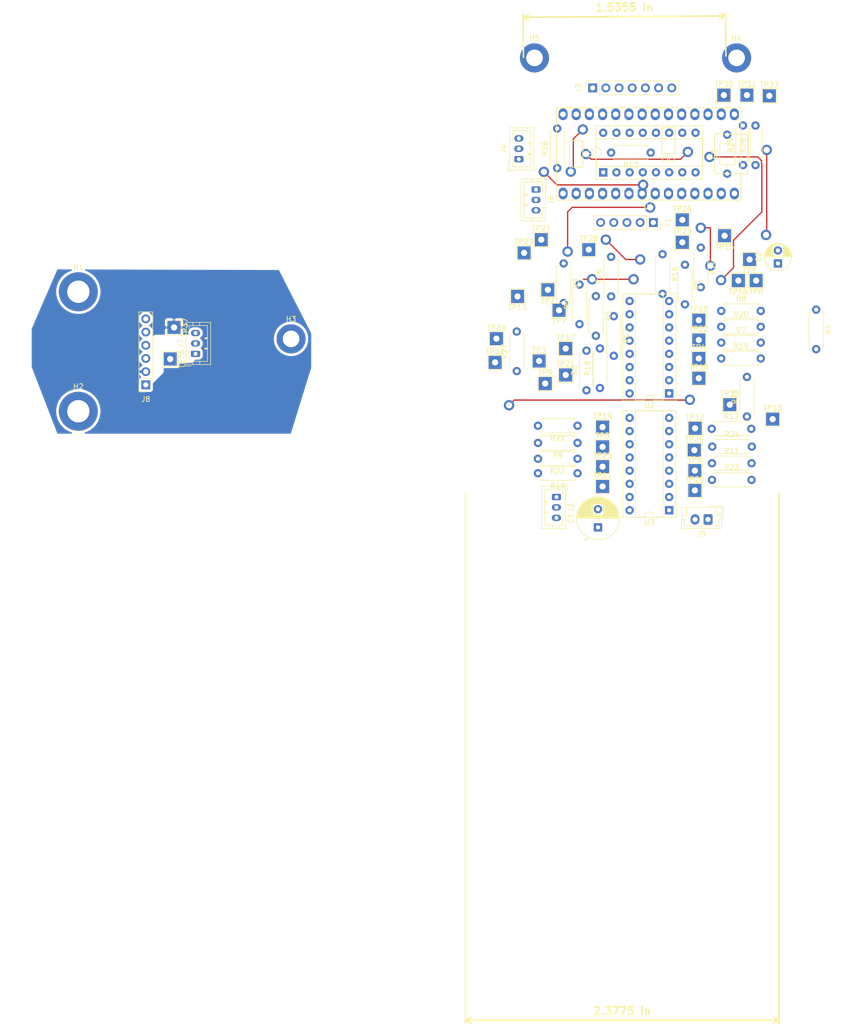
<source format=kicad_pcb>
(kicad_pcb (version 20171130) (host pcbnew 5.1.9+dfsg1-1)
  (layers (0 F.Cu signal) (31 B.Cu signal) (34 B.Paste user) (35 F.Paste user hide) (36 B.SilkS user hide) (37 F.SilkS user) (38 B.Mask user hide) (39 F.Mask user hide) (44 Edge.Cuts user hide))
  (net 0 "")
  (net 1 GND)
  (net 2 "Net-(J1-Pad3)")
  (net 3 "Net-(J2-Pad1)")
  (net 4 "Net-(J1-Pad4)")
  (net 5 "Net-(R25-Pad2)")
  (net 6 "Net-(R26-Pad2)")
  (net 7 "Net-(U1-Pad10)")
  (net 8 +5V)
  (net 9 +3V3)
  (net 10 "Net-(J1-Pad5)")
  (net 11 "Net-(J3-Pad3)")
  (net 12 "Net-(J3-Pad4)")
  (net 13 "Net-(J3-Pad5)")
  (net 14 "Net-(J3-Pad6)")
  (net 15 "Net-(J3-Pad7)")
  (net 16 "Net-(J4-Pad3)")
  (net 17 "Net-(J4-Pad1)")
  (net 18 "Net-(J6-Pad1)")
  (net 19 "Net-(J6-Pad2)")
  (net 20 "Net-(J7-Pad1)")
  (net 21 "Net-(J7-Pad2)")
  (net 22 "Net-(J7-Pad3)")
  (net 23 "Net-(J8-Pad2)")
  (net 24 "Net-(J8-Pad4)")
  (net 25 "Net-(J8-Pad5)")
  (net 26 "Net-(J8-Pad6)")
  (net 27 "Net-(R1-Pad1)")
  (net 28 "Net-(R2-Pad1)")
  (net 29 "Net-(R3-Pad1)")
  (net 30 "Net-(R4-Pad1)")
  (net 31 "Net-(R5-Pad1)")
  (net 32 "Net-(R6-Pad1)")
  (net 33 "Net-(R7-Pad1)")
  (net 34 "Net-(R8-Pad1)")
  (net 35 "Net-(R9-Pad1)")
  (net 36 "Net-(R10-Pad1)")
  (net 37 "Net-(R11-Pad1)")
  (net 38 "Net-(R12-Pad1)")
  (net 39 "Net-(R14-Pad1)")
  (net 40 "Net-(R15-Pad1)")
  (net 41 "Net-(R16-Pad1)")
  (net 42 "Net-(R17-Pad1)")
  (net 43 "Net-(R18-Pad1)")
  (net 44 "Net-(R19-Pad1)")
  (net 45 "Net-(R20-Pad1)")
  (net 46 "Net-(R21-Pad1)")
  (net 47 "Net-(R22-Pad1)")
  (net 48 "Net-(R23-Pad1)")
  (net 49 "Net-(R24-Pad1)")
  (net 50 /batt_check)
  (net 51 "Net-(TP25-Pad1)")
  (net 52 "Net-(TP26-Pad1)")
  (net 53 "Net-(TP28-Pad1)")
  (net 54 "Net-(TP30-Pad1)")
  (net 55 "Net-(TP31-Pad1)")
  (net 56 /SR_SH)
  (net 57 /SR_DO)
  (net 58 /SR_CLK)
  (net 59 "Net-(U1-Pad7)")
  (net 60 /SR_CLK_INH)
  (net 61 "Net-(U2-Pad7)")
  (net 62 "Net-(U2-Pad10)")
  (net 63 "Net-(U3-Pad10)")
  (net 64 "Net-(U3-Pad7)")
  (net 65 "Net-(U4-Pad32)")
  (net 66 "Net-(U4-Pad12)")
  (net 67 "Net-(U4-Pad7)")
  (net 68 "Net-(U4-Pad2)")
  (module TestPoint:TestPoint_THTPad_2.5x2.5mm_Drill1.2mm (layer F.Cu) (at 253.238 64.262 180)
    (fp_text reference TP8 (at 0 -2.148) (layer F.SilkS))
    (fp_text value T8)
    (pad 1 thru_hole rect (at 0 0 180) (size 2.5 2.5) (drill 1.2) (layers *.Cu *.Mask) (net 30 "Net-(R4-Pad1)"))
  )
  (module TestPoint:TestPoint_THTPad_2.5x2.5mm_Drill1.2mm (layer F.Cu) (at 256.413 90.932)
    (fp_text reference TP13 (at 0 -2.148) (layer F.SilkS))
    (fp_text value 3.3)
    (pad 1 thru_hole rect (at 0 0) (size 2.5 2.5) (drill 1.2) (layers *.Cu *.Mask) (net 9 +3V3))
  )
  (module Capacitor_THT:CP_Radial_D8.0mm_P3.50mm (layer F.Cu) (at 222.758 111.76 90)
    (fp_text reference C1 (at 1.75 -5.25 90) (layer F.SilkS))
    (fp_text value "1000u Ch")
    (pad 1 thru_hole rect (at 0 0 90) (size 1.6 1.6) (drill 0.8) (layers *.Cu *.Mask) (net 8 +5V))
    (pad 2 thru_hole circle (at 3.5 0 90) (size 1.6 1.6) (drill 0.8) (layers *.Cu *.Mask) (net 1 GND))
  )
  (module Package_DIP:DIP-16_W7.62mm_Socket (layer F.Cu) (at 236.474 85.979 180)
    (fp_text reference U2 (at 3.81 -2.33) (layer F.SilkS))
    (fp_text value 74HC165)
    (pad 16 thru_hole oval (at 7.62 0 180) (size 1.6 1.6) (drill 0.8) (layers *.Cu *.Mask) (net 9 +3V3))
    (pad 8 thru_hole oval (at 0 17.78 180) (size 1.6 1.6) (drill 0.8) (layers *.Cu *.Mask) (net 1 GND))
    (pad 15 thru_hole oval (at 7.62 2.54 180) (size 1.6 1.6) (drill 0.8) (layers *.Cu *.Mask) (net 60 /SR_CLK_INH))
    (pad 7 thru_hole oval (at 0 15.24 180) (size 1.6 1.6) (drill 0.8) (layers *.Cu *.Mask) (net 61 "Net-(U2-Pad7)"))
    (pad 14 thru_hole oval (at 7.62 5.08 180) (size 1.6 1.6) (drill 0.8) (layers *.Cu *.Mask) (net 32 "Net-(R6-Pad1)"))
    (pad 6 thru_hole oval (at 0 12.7 180) (size 1.6 1.6) (drill 0.8) (layers *.Cu *.Mask) (net 34 "Net-(R8-Pad1)"))
    (pad 13 thru_hole oval (at 7.62 7.62 180) (size 1.6 1.6) (drill 0.8) (layers *.Cu *.Mask) (net 43 "Net-(R18-Pad1)"))
    (pad 5 thru_hole oval (at 0 10.16 180) (size 1.6 1.6) (drill 0.8) (layers *.Cu *.Mask) (net 45 "Net-(R20-Pad1)"))
    (pad 12 thru_hole oval (at 7.62 10.16 180) (size 1.6 1.6) (drill 0.8) (layers *.Cu *.Mask) (net 31 "Net-(R5-Pad1)"))
    (pad 4 thru_hole oval (at 0 7.62 180) (size 1.6 1.6) (drill 0.8) (layers *.Cu *.Mask) (net 33 "Net-(R7-Pad1)"))
    (pad 11 thru_hole oval (at 7.62 12.7 180) (size 1.6 1.6) (drill 0.8) (layers *.Cu *.Mask) (net 42 "Net-(R17-Pad1)"))
    (pad 3 thru_hole oval (at 0 5.08 180) (size 1.6 1.6) (drill 0.8) (layers *.Cu *.Mask) (net 44 "Net-(R19-Pad1)"))
    (pad 10 thru_hole oval (at 7.62 15.24 180) (size 1.6 1.6) (drill 0.8) (layers *.Cu *.Mask) (net 62 "Net-(U2-Pad10)"))
    (pad 2 thru_hole oval (at 0 2.54 180) (size 1.6 1.6) (drill 0.8) (layers *.Cu *.Mask) (net 58 /SR_CLK))
    (pad 9 thru_hole oval (at 7.62 17.78 180) (size 1.6 1.6) (drill 0.8) (layers *.Cu *.Mask) (net 7 "Net-(U1-Pad10)"))
    (pad 1 thru_hole rect (at 0 0 180) (size 1.6 1.6) (drill 0.8) (layers *.Cu *.Mask) (net 56 /SR_SH))
  )
  (module Capacitor_THT:CP_Radial_D5.0mm_P2.50mm (layer F.Cu) (at 257.429 60.96 90)
    (fp_text reference C2 (at 1.25 -3.75 90) (layer F.SilkS))
    (fp_text value 100u)
    (pad 1 thru_hole rect (at 0 0 90) (size 1.6 1.6) (drill 0.8) (layers *.Cu *.Mask) (net 9 +3V3))
    (pad 2 thru_hole circle (at 2.5 0 90) (size 1.6 1.6) (drill 0.8) (layers *.Cu *.Mask) (net 1 GND))
  )
  (module Capacitor_THT:C_Axial_L3.8mm_D2.6mm_P7.50mm_Horizontal (layer F.Cu) (at 247.65 43.688 90)
    (fp_text reference C3 (at 3.75 -2.42 90) (layer F.SilkS))
    (fp_text value "0.1 ceram")
    (pad 1 thru_hole circle (at 0 0 90) (size 1.6 1.6) (drill 0.8) (layers *.Cu *.Mask) (net 9 +3V3))
    (pad 2 thru_hole oval (at 7.5 0 90) (size 1.6 1.6) (drill 0.8) (layers *.Cu *.Mask) (net 1 GND))
  )
  (module Connector_JST:JST_PH_B3B-PH-K_1x03_P2.00mm_Vertical (layer F.Cu) (at 145.2245 78.359 90)
    (fp_text reference J7 (at 2 -2.9 90) (layer F.SilkS))
    (fp_text value Conn_01x03_Female)
    (pad 1 thru_hole roundrect (at 0 0 90) (size 1.2 1.75) (drill 0.75) (layers *.Cu *.Mask) (roundrect_rratio 0.2083325) (net 20 "Net-(J7-Pad1)"))
    (pad 2 thru_hole oval (at 2 0 90) (size 1.2 1.75) (drill 0.75) (layers *.Cu *.Mask) (net 21 "Net-(J7-Pad2)"))
    (pad 3 thru_hole oval (at 4 0 90) (size 1.2 1.75) (drill 0.75) (layers *.Cu *.Mask) (net 22 "Net-(J7-Pad3)"))
  )
  (module Connector_PinSocket_2.54mm:PinSocket_1x06_P2.54mm_Vertical (layer F.Cu) (at 135.6487 84.328 180)
    (fp_text reference J8 (at 0 -2.77) (layer F.SilkS))
    (fp_text value MXP5010)
    (pad 1 thru_hole rect (at 0 0 180) (size 1.7 1.7) (drill 1) (layers *.Cu *.Mask) (net 21 "Net-(J7-Pad2)"))
    (pad 2 thru_hole oval (at 0 2.54 180) (size 1.7 1.7) (drill 1) (layers *.Cu *.Mask) (net 23 "Net-(J8-Pad2)"))
    (pad 3 thru_hole oval (at 0 5.08 180) (size 1.7 1.7) (drill 1) (layers *.Cu *.Mask) (net 22 "Net-(J7-Pad3)"))
    (pad 4 thru_hole oval (at 0 7.62 180) (size 1.7 1.7) (drill 1) (layers *.Cu *.Mask) (net 24 "Net-(J8-Pad4)"))
    (pad 5 thru_hole oval (at 0 10.16 180) (size 1.7 1.7) (drill 1) (layers *.Cu *.Mask) (net 25 "Net-(J8-Pad5)"))
    (pad 6 thru_hole oval (at 0 12.7 180) (size 1.7 1.7) (drill 1) (layers *.Cu *.Mask) (net 26 "Net-(J8-Pad6)"))
  )
  (module TestPoint:TestPoint_THTPad_2.5x2.5mm_Drill1.2mm (layer F.Cu) (at 251.968 60.198 180)
    (fp_text reference TP1 (at 0 -2.148) (layer F.SilkS))
    (fp_text value T2)
    (pad 1 thru_hole rect (at 0 0 180) (size 2.5 2.5) (drill 1.2) (layers *.Cu *.Mask) (net 27 "Net-(R1-Pad1)"))
  )
  (module TestPoint:TestPoint_THTPad_2.5x2.5mm_Drill1.2mm (layer F.Cu) (at 213.106 66.04 180)
    (fp_text reference TP2 (at 0 -2.148) (layer F.SilkS))
    (fp_text value T6)
    (pad 1 thru_hole rect (at 0 0 180) (size 2.5 2.5) (drill 1.2) (layers *.Cu *.Mask) (net 29 "Net-(R3-Pad1)"))
  )
  (module TestPoint:TestPoint_THTPad_2.5x2.5mm_Drill1.2mm (layer F.Cu) (at 211.43 79.7306)
    (fp_text reference TP3 (at 0 -2.148) (layer F.SilkS))
    (fp_text value T10)
    (pad 1 thru_hole rect (at 0 0) (size 2.5 2.5) (drill 1.2) (layers *.Cu *.Mask) (net 31 "Net-(R5-Pad1)"))
  )
  (module TestPoint:TestPoint_THTPad_2.5x2.5mm_Drill1.2mm (layer F.Cu) (at 242.189 79.248)
    (fp_text reference TP4 (at 0 -2.148) (layer F.SilkS))
    (fp_text value T14)
    (pad 1 thru_hole rect (at 0 0) (size 2.5 2.5) (drill 1.2) (layers *.Cu *.Mask) (net 33 "Net-(R7-Pad1)"))
  )
  (module TestPoint:TestPoint_THTPad_2.5x2.5mm_Drill1.2mm (layer F.Cu) (at 223.647 96.266)
    (fp_text reference TP5 (at 0 -2.148) (layer F.SilkS))
    (fp_text value T18)
    (pad 1 thru_hole rect (at 0 0) (size 2.5 2.5) (drill 1.2) (layers *.Cu *.Mask) (net 35 "Net-(R9-Pad1)"))
  )
  (module TestPoint:TestPoint_THTPad_2.5x2.5mm_Drill1.2mm (layer F.Cu) (at 241.427 100.838)
    (fp_text reference TP6 (at 0 -2.148) (layer F.SilkS))
    (fp_text value T22)
    (pad 1 thru_hole rect (at 0 0) (size 2.5 2.5) (drill 1.2) (layers *.Cu *.Mask) (net 37 "Net-(R11-Pad1)"))
  )
  (module TestPoint:TestPoint_THTPad_2.5x2.5mm_Drill1.2mm (layer F.Cu) (at 215.265 69.977 180)
    (fp_text reference TP7 (at 0 -2.148) (layer F.SilkS))
    (fp_text value T4)
    (pad 1 thru_hole rect (at 0 0 180) (size 2.5 2.5) (drill 1.2) (layers *.Cu *.Mask) (net 28 "Net-(R2-Pad1)"))
  )
  (module TestPoint:TestPoint_THTPad_2.5x2.5mm_Drill1.2mm (layer F.Cu) (at 212.598 84.074)
    (fp_text reference TP9 (at 0 -2.148) (layer F.SilkS))
    (fp_text value T12)
    (pad 1 thru_hole rect (at 0 0) (size 2.5 2.5) (drill 1.2) (layers *.Cu *.Mask) (net 32 "Net-(R6-Pad1)"))
  )
  (module TestPoint:TestPoint_THTPad_2.5x2.5mm_Drill1.2mm (layer F.Cu) (at 242.189 71.882)
    (fp_text reference TP10 (at 0 -2.148) (layer F.SilkS))
    (fp_text value T16)
    (pad 1 thru_hole rect (at 0 0) (size 2.5 2.5) (drill 1.2) (layers *.Cu *.Mask) (net 34 "Net-(R8-Pad1)"))
  )
  (module TestPoint:TestPoint_THTPad_2.5x2.5mm_Drill1.2mm (layer F.Cu) (at 223.647 103.886)
    (fp_text reference TP11 (at 0 -2.148) (layer F.SilkS))
    (fp_text value T20)
    (pad 1 thru_hole rect (at 0 0) (size 2.5 2.5) (drill 1.2) (layers *.Cu *.Mask) (net 36 "Net-(R10-Pad1)"))
  )
  (module TestPoint:TestPoint_THTPad_2.5x2.5mm_Drill1.2mm (layer F.Cu) (at 241.4778 92.6846)
    (fp_text reference TP12 (at 0 -2.148) (layer F.SilkS))
    (fp_text value T24)
    (pad 1 thru_hole rect (at 0 0) (size 2.5 2.5) (drill 1.2) (layers *.Cu *.Mask) (net 38 "Net-(R12-Pad1)"))
  )
  (module TestPoint:TestPoint_THTPad_2.5x2.5mm_Drill1.2mm (layer F.Cu) (at 207.264 67.31 180)
    (fp_text reference TP14 (at 0 -2.148) (layer F.SilkS))
    (fp_text value T5)
    (pad 1 thru_hole rect (at 0 0 180) (size 2.5 2.5) (drill 1.2) (layers *.Cu *.Mask) (net 40 "Net-(R15-Pad1)"))
  )
  (module TestPoint:TestPoint_THTPad_2.5x2.5mm_Drill1.2mm (layer F.Cu) (at 247.142 55.626 180)
    (fp_text reference TP15 (at 0 -2.148) (layer F.SilkS))
    (fp_text value T3)
    (pad 1 thru_hole rect (at 0 0 180) (size 2.5 2.5) (drill 1.2) (layers *.Cu *.Mask) (net 39 "Net-(R14-Pad1)"))
  )
  (module TestPoint:TestPoint_THTPad_2.5x2.5mm_Drill1.2mm (layer F.Cu) (at 249.809 64.262 180)
    (fp_text reference TP16 (at 0 -2.148) (layer F.SilkS))
    (fp_text value T7)
    (pad 1 thru_hole rect (at 0 0 180) (size 2.5 2.5) (drill 1.2) (layers *.Cu *.Mask) (net 41 "Net-(R16-Pad1)"))
  )
  (module TestPoint:TestPoint_THTPad_2.5x2.5mm_Drill1.2mm (layer F.Cu) (at 216.535 77.343)
    (fp_text reference TP17 (at 0 -2.148) (layer F.SilkS))
    (fp_text value T9)
    (pad 1 thru_hole rect (at 0 0) (size 2.5 2.5) (drill 1.2) (layers *.Cu *.Mask) (net 42 "Net-(R17-Pad1)"))
  )
  (module TestPoint:TestPoint_THTPad_2.5x2.5mm_Drill1.2mm (layer F.Cu) (at 242.189 83.058)
    (fp_text reference TP18 (at 0 -2.148) (layer F.SilkS))
    (fp_text value T13)
    (pad 1 thru_hole rect (at 0 0) (size 2.5 2.5) (drill 1.2) (layers *.Cu *.Mask) (net 44 "Net-(R19-Pad1)"))
  )
  (module TestPoint:TestPoint_THTPad_2.5x2.5mm_Drill1.2mm (layer F.Cu) (at 223.647 92.456)
    (fp_text reference TP19 (at 0 -2.148) (layer F.SilkS))
    (fp_text value T17)
    (pad 1 thru_hole rect (at 0 0) (size 2.5 2.5) (drill 1.2) (layers *.Cu *.Mask) (net 46 "Net-(R21-Pad1)"))
  )
  (module TestPoint:TestPoint_THTPad_2.5x2.5mm_Drill1.2mm (layer F.Cu) (at 241.427 104.648)
    (fp_text reference TP20 (at 0 -2.148) (layer F.SilkS))
    (fp_text value T21)
    (pad 1 thru_hole rect (at 0 0) (size 2.5 2.5) (drill 1.2) (layers *.Cu *.Mask) (net 48 "Net-(R23-Pad1)"))
  )
  (module TestPoint:TestPoint_THTPad_2.5x2.5mm_Drill1.2mm (layer F.Cu) (at 216.535 82.423)
    (fp_text reference TP21 (at 0 -2.148) (layer F.SilkS))
    (fp_text value T11)
    (pad 1 thru_hole rect (at 0 0) (size 2.5 2.5) (drill 1.2) (layers *.Cu *.Mask) (net 43 "Net-(R18-Pad1)"))
  )
  (module TestPoint:TestPoint_THTPad_2.5x2.5mm_Drill1.2mm (layer F.Cu) (at 242.189 75.692)
    (fp_text reference TP22 (at 0 -2.148) (layer F.SilkS))
    (fp_text value T15)
    (pad 1 thru_hole rect (at 0 0) (size 2.5 2.5) (drill 1.2) (layers *.Cu *.Mask) (net 45 "Net-(R20-Pad1)"))
  )
  (module TestPoint:TestPoint_THTPad_2.5x2.5mm_Drill1.2mm (layer F.Cu) (at 223.647 100.076)
    (fp_text reference TP23 (at 0 -2.148) (layer F.SilkS))
    (fp_text value T19)
    (pad 1 thru_hole rect (at 0 0) (size 2.5 2.5) (drill 1.2) (layers *.Cu *.Mask) (net 47 "Net-(R22-Pad1)"))
  )
  (module TestPoint:TestPoint_THTPad_2.5x2.5mm_Drill1.2mm (layer F.Cu) (at 241.3254 96.901)
    (fp_text reference TP24 (at 0 -2.148) (layer F.SilkS))
    (fp_text value T23)
    (pad 1 thru_hole rect (at 0 0) (size 2.5 2.5) (drill 1.2) (layers *.Cu *.Mask) (net 49 "Net-(R24-Pad1)"))
  )
  (module TestPoint:TestPoint_THTPad_2.5x2.5mm_Drill1.2mm (layer F.Cu) (at 239.014 56.896)
    (fp_text reference TP25 (at 0 -2.148) (layer F.SilkS))
    (fp_text value A8)
    (pad 1 thru_hole rect (at 0 0) (size 2.5 2.5) (drill 1.2) (layers *.Cu *.Mask) (net 51 "Net-(TP25-Pad1)"))
  )
  (module TestPoint:TestPoint_THTPad_2.5x2.5mm_Drill1.2mm (layer F.Cu) (at 239.014 52.578)
    (fp_text reference TP26 (at 0 -2.148) (layer F.SilkS))
    (fp_text value A6)
    (pad 1 thru_hole rect (at 0 0) (size 2.5 2.5) (drill 1.2) (layers *.Cu *.Mask) (net 52 "Net-(TP26-Pad1)"))
  )
  (module TestPoint:TestPoint_THTPad_2.5x2.5mm_Drill1.2mm (layer F.Cu) (at 220.98 58.293)
    (fp_text reference TP28 (at 0 -2.148) (layer F.SilkS))
    (fp_text value A1)
    (pad 1 thru_hole rect (at 0 0) (size 2.5 2.5) (drill 1.2) (layers *.Cu *.Mask) (net 53 "Net-(TP28-Pad1)"))
  )
  (module TestPoint:TestPoint_THTPad_2.5x2.5mm_Drill1.2mm (layer F.Cu) (at 247.015 28.575)
    (fp_text reference TP30 (at 0 -2.148) (layer F.SilkS))
    (fp_text value D3)
    (pad 1 thru_hole rect (at 0 0) (size 2.5 2.5) (drill 1.2) (layers *.Cu *.Mask) (net 54 "Net-(TP30-Pad1)"))
  )
  (module TestPoint:TestPoint_THTPad_2.5x2.5mm_Drill1.2mm (layer F.Cu) (at 251.46 28.575)
    (fp_text reference TP31 (at 0 -2.148) (layer F.SilkS))
    (fp_text value D2)
    (pad 1 thru_hole rect (at 0 0) (size 2.5 2.5) (drill 1.2) (layers *.Cu *.Mask) (net 55 "Net-(TP31-Pad1)"))
  )
  (module TestPoint:TestPoint_THTPad_2.5x2.5mm_Drill1.2mm (layer F.Cu) (at 140.3477 79.3496 270)
    (fp_text reference TP36 (at 0 -2.148 90) (layer F.SilkS))
    (fp_text value Octave)
    (pad 1 thru_hole rect (at 0 0 270) (size 2.5 2.5) (drill 1.2) (layers *.Cu *.Mask) (net 20 "Net-(J7-Pad1)"))
  )
  (module TestPoint:TestPoint_THTPad_2.5x2.5mm_Drill1.2mm (layer F.Cu) (at 141.0843 73.279 270)
    (fp_text reference TP37 (at 0 -2.148 90) (layer F.SilkS))
    (fp_text value GND)
    (pad 1 thru_hole rect (at 0 0 270) (size 2.5 2.5) (drill 1.2) (layers *.Cu *.Mask) (net 23 "Net-(J8-Pad2)"))
  )
  (module Package_DIP:DIP-16_W7.62mm_Socket (layer F.Cu) (at 223.774 43.434 90)
    (fp_text reference U1 (at 3.81 -2.33 90) (layer F.SilkS))
    (fp_text value 74HC165)
    (pad 1 thru_hole rect (at 0 0 90) (size 1.6 1.6) (drill 0.8) (layers *.Cu *.Mask) (net 56 /SR_SH))
    (pad 9 thru_hole oval (at 7.62 17.78 90) (size 1.6 1.6) (drill 0.8) (layers *.Cu *.Mask) (net 57 /SR_DO))
    (pad 2 thru_hole oval (at 0 2.54 90) (size 1.6 1.6) (drill 0.8) (layers *.Cu *.Mask) (net 58 /SR_CLK))
    (pad 10 thru_hole oval (at 7.62 15.24 90) (size 1.6 1.6) (drill 0.8) (layers *.Cu *.Mask) (net 7 "Net-(U1-Pad10)"))
    (pad 3 thru_hole oval (at 0 5.08 90) (size 1.6 1.6) (drill 0.8) (layers *.Cu *.Mask) (net 40 "Net-(R15-Pad1)"))
    (pad 11 thru_hole oval (at 7.62 12.7 90) (size 1.6 1.6) (drill 0.8) (layers *.Cu *.Mask) (net 18 "Net-(J6-Pad1)"))
    (pad 4 thru_hole oval (at 0 7.62 90) (size 1.6 1.6) (drill 0.8) (layers *.Cu *.Mask) (net 29 "Net-(R3-Pad1)"))
    (pad 12 thru_hole oval (at 7.62 10.16 90) (size 1.6 1.6) (drill 0.8) (layers *.Cu *.Mask) (net 27 "Net-(R1-Pad1)"))
    (pad 5 thru_hole oval (at 0 10.16 90) (size 1.6 1.6) (drill 0.8) (layers *.Cu *.Mask) (net 41 "Net-(R16-Pad1)"))
    (pad 13 thru_hole oval (at 7.62 7.62 90) (size 1.6 1.6) (drill 0.8) (layers *.Cu *.Mask) (net 39 "Net-(R14-Pad1)"))
    (pad 6 thru_hole oval (at 0 12.7 90) (size 1.6 1.6) (drill 0.8) (layers *.Cu *.Mask) (net 30 "Net-(R4-Pad1)"))
    (pad 14 thru_hole oval (at 7.62 5.08 90) (size 1.6 1.6) (drill 0.8) (layers *.Cu *.Mask) (net 28 "Net-(R2-Pad1)"))
    (pad 7 thru_hole oval (at 0 15.24 90) (size 1.6 1.6) (drill 0.8) (layers *.Cu *.Mask) (net 59 "Net-(U1-Pad7)"))
    (pad 15 thru_hole oval (at 7.62 2.54 90) (size 1.6 1.6) (drill 0.8) (layers *.Cu *.Mask) (net 60 /SR_CLK_INH))
    (pad 8 thru_hole oval (at 0 17.78 90) (size 1.6 1.6) (drill 0.8) (layers *.Cu *.Mask) (net 1 GND))
    (pad 16 thru_hole oval (at 7.62 0 90) (size 1.6 1.6) (drill 0.8) (layers *.Cu *.Mask) (net 9 +3V3))
  )
  (module Package_DIP:DIP-16_W7.62mm_Socket (layer F.Cu) (at 236.474 108.458 180)
    (fp_text reference U3 (at 3.81 -2.33) (layer F.SilkS))
    (fp_text value 74HC165)
    (pad 1 thru_hole rect (at 0 0 180) (size 1.6 1.6) (drill 0.8) (layers *.Cu *.Mask) (net 56 /SR_SH))
    (pad 9 thru_hole oval (at 7.62 17.78 180) (size 1.6 1.6) (drill 0.8) (layers *.Cu *.Mask) (net 62 "Net-(U2-Pad10)"))
    (pad 2 thru_hole oval (at 0 2.54 180) (size 1.6 1.6) (drill 0.8) (layers *.Cu *.Mask) (net 58 /SR_CLK))
    (pad 10 thru_hole oval (at 7.62 15.24 180) (size 1.6 1.6) (drill 0.8) (layers *.Cu *.Mask) (net 63 "Net-(U3-Pad10)"))
    (pad 3 thru_hole oval (at 0 5.08 180) (size 1.6 1.6) (drill 0.8) (layers *.Cu *.Mask) (net 48 "Net-(R23-Pad1)"))
    (pad 11 thru_hole oval (at 7.62 12.7 180) (size 1.6 1.6) (drill 0.8) (layers *.Cu *.Mask) (net 46 "Net-(R21-Pad1)"))
    (pad 4 thru_hole oval (at 0 7.62 180) (size 1.6 1.6) (drill 0.8) (layers *.Cu *.Mask) (net 37 "Net-(R11-Pad1)"))
    (pad 12 thru_hole oval (at 7.62 10.16 180) (size 1.6 1.6) (drill 0.8) (layers *.Cu *.Mask) (net 35 "Net-(R9-Pad1)"))
    (pad 5 thru_hole oval (at 0 10.16 180) (size 1.6 1.6) (drill 0.8) (layers *.Cu *.Mask) (net 49 "Net-(R24-Pad1)"))
    (pad 13 thru_hole oval (at 7.62 7.62 180) (size 1.6 1.6) (drill 0.8) (layers *.Cu *.Mask) (net 47 "Net-(R22-Pad1)"))
    (pad 6 thru_hole oval (at 0 12.7 180) (size 1.6 1.6) (drill 0.8) (layers *.Cu *.Mask) (net 38 "Net-(R12-Pad1)"))
    (pad 14 thru_hole oval (at 7.62 5.08 180) (size 1.6 1.6) (drill 0.8) (layers *.Cu *.Mask) (net 36 "Net-(R10-Pad1)"))
    (pad 7 thru_hole oval (at 0 15.24 180) (size 1.6 1.6) (drill 0.8) (layers *.Cu *.Mask) (net 64 "Net-(U3-Pad7)"))
    (pad 15 thru_hole oval (at 7.62 2.54 180) (size 1.6 1.6) (drill 0.8) (layers *.Cu *.Mask) (net 60 /SR_CLK_INH))
    (pad 8 thru_hole oval (at 0 17.78 180) (size 1.6 1.6) (drill 0.8) (layers *.Cu *.Mask) (net 1 GND))
    (pad 16 thru_hole oval (at 7.62 0 180) (size 1.6 1.6) (drill 0.8) (layers *.Cu *.Mask) (net 9 +3V3))
  )
  (module Connector_PinSocket_2.54mm:PinSocket_1x05_P2.54mm_Vertical (layer F.Cu) (at 233.426 53.086 270)
    (fp_text reference J1 (at 0 -2.77 90) (layer F.SilkS))
    (fp_text value joystick)
    (pad 1 thru_hole rect (at 0 0 270) (size 1.7 1.7) (drill 1) (layers *.Cu *.Mask) (net 1 GND))
    (pad 2 thru_hole oval (at 0 2.54 270) (size 1.7 1.7) (drill 1) (layers *.Cu *.Mask) (net 9 +3V3))
    (pad 3 thru_hole oval (at 0 5.08 270) (size 1.7 1.7) (drill 1) (layers *.Cu *.Mask) (net 2 "Net-(J1-Pad3)"))
    (pad 4 thru_hole oval (at 0 7.62 270) (size 1.7 1.7) (drill 1) (layers *.Cu *.Mask) (net 4 "Net-(J1-Pad4)"))
    (pad 5 thru_hole oval (at 0 10.16 270) (size 1.7 1.7) (drill 1) (layers *.Cu *.Mask) (net 10 "Net-(J1-Pad5)"))
  )
  (module Connector_JST:JST_PH_B3B-PH-K_1x03_P2.00mm_Vertical (layer F.Cu) (at 214.757 105.918 270)
    (fp_text reference J2 (at 2 -2.9 90) (layer F.SilkS))
    (fp_text value "LED strip")
    (pad 1 thru_hole roundrect (at 0 0 270) (size 1.2 1.75) (drill 0.75) (layers *.Cu *.Mask) (roundrect_rratio 0.2083325) (net 3 "Net-(J2-Pad1)"))
    (pad 2 thru_hole oval (at 2 0 270) (size 1.2 1.75) (drill 0.75) (layers *.Cu *.Mask) (net 1 GND))
    (pad 3 thru_hole oval (at 4 0 270) (size 1.2 1.75) (drill 0.75) (layers *.Cu *.Mask) (net 8 +5V))
  )
  (module Connector_PinSocket_2.54mm:PinSocket_1x07_P2.54mm_Vertical (layer F.Cu) (at 221.742 27.178 90)
    (fp_text reference J3 (at 0 -2.77 90) (layer F.SilkS))
    (fp_text value "SSD1306 SPI")
    (pad 1 thru_hole rect (at 0 0 90) (size 1.7 1.7) (drill 1) (layers *.Cu *.Mask) (net 1 GND))
    (pad 2 thru_hole oval (at 0 2.54 90) (size 1.7 1.7) (drill 1) (layers *.Cu *.Mask) (net 9 +3V3))
    (pad 3 thru_hole oval (at 0 5.08 90) (size 1.7 1.7) (drill 1) (layers *.Cu *.Mask) (net 11 "Net-(J3-Pad3)"))
    (pad 4 thru_hole oval (at 0 7.62 90) (size 1.7 1.7) (drill 1) (layers *.Cu *.Mask) (net 12 "Net-(J3-Pad4)"))
    (pad 5 thru_hole oval (at 0 10.16 90) (size 1.7 1.7) (drill 1) (layers *.Cu *.Mask) (net 13 "Net-(J3-Pad5)"))
    (pad 6 thru_hole oval (at 0 12.7 90) (size 1.7 1.7) (drill 1) (layers *.Cu *.Mask) (net 14 "Net-(J3-Pad6)"))
    (pad 7 thru_hole oval (at 0 15.24 90) (size 1.7 1.7) (drill 1) (layers *.Cu *.Mask) (net 15 "Net-(J3-Pad7)"))
  )
  (module Connector_JST:JST_PH_B3B-PH-K_1x03_P2.00mm_Vertical (layer F.Cu) (at 207.518 40.894 90)
    (fp_text reference J4 (at 2 -2.9 90) (layer F.SilkS))
    (fp_text value "MIDI OUT Y:M5 - R:M4")
    (pad 3 thru_hole oval (at 4 0 90) (size 1.2 1.75) (drill 0.75) (layers *.Cu *.Mask) (net 16 "Net-(J4-Pad3)"))
    (pad 2 thru_hole oval (at 2 0 90) (size 1.2 1.75) (drill 0.75) (layers *.Cu *.Mask) (net 1 GND))
    (pad 1 thru_hole roundrect (at 0 0 90) (size 1.2 1.75) (drill 0.75) (layers *.Cu *.Mask) (roundrect_rratio 0.2083325) (net 17 "Net-(J4-Pad1)"))
  )
  (module TestPoint:TestPoint_THTPad_2.5x2.5mm_Drill1.2mm (layer F.Cu) (at 211.836 56.388)
    (fp_text reference TP27 (at 0 -2.148) (layer F.SilkS))
    (fp_text value 3.3)
    (pad 1 thru_hole rect (at 0 0) (size 2.5 2.5) (drill 1.2) (layers *.Cu *.Mask) (net 9 +3V3))
  )
  (module TestPoint:TestPoint_THTPad_2.5x2.5mm_Drill1.2mm (layer F.Cu) (at 208.534 58.928)
    (fp_text reference TP29 (at 0 -2.148) (layer F.SilkS))
    (fp_text value 3.3)
    (pad 1 thru_hole rect (at 0 0) (size 2.5 2.5) (drill 1.2) (layers *.Cu *.Mask) (net 9 +3V3))
  )
  (module Connector_JST:JST_PH_B3B-PH-K_1x03_P2.00mm_Vertical (layer F.Cu) (at 210.82 46.736 270)
    (fp_text reference J6 (at 2 -2.9 90) (layer F.SilkS))
    (fp_text value "Neck - Y:O BK:B R:3.3")
    (pad 1 thru_hole roundrect (at 0 0 270) (size 1.2 1.75) (drill 0.75) (layers *.Cu *.Mask) (roundrect_rratio 0.2083325) (net 18 "Net-(J6-Pad1)"))
    (pad 2 thru_hole oval (at 2 0 270) (size 1.2 1.75) (drill 0.75) (layers *.Cu *.Mask) (net 19 "Net-(J6-Pad2)"))
    (pad 3 thru_hole oval (at 4 0 270) (size 1.2 1.75) (drill 0.75) (layers *.Cu *.Mask) (net 9 +3V3))
  )
  (module TestPoint:TestPoint_THTPad_2.5x2.5mm_Drill1.2mm (layer F.Cu) (at 202.946 80.01)
    (fp_text reference TP32 (at 0 -2.148) (layer F.SilkS))
    (fp_text value GND)
    (pad 1 thru_hole rect (at 0 0) (size 2.5 2.5) (drill 1.2) (layers *.Cu *.Mask) (net 1 GND))
  )
  (module TestPoint:TestPoint_THTPad_2.5x2.5mm_Drill1.2mm (layer F.Cu) (at 255.778 28.702)
    (fp_text reference TP33 (at 0 -2.148) (layer F.SilkS))
    (fp_text value GND)
    (pad 1 thru_hole rect (at 0 0) (size 2.5 2.5) (drill 1.2) (layers *.Cu *.Mask) (net 1 GND))
  )
  (module TestPoint:TestPoint_THTPad_2.5x2.5mm_Drill1.2mm (layer F.Cu) (at 203.2 75.438)
    (fp_text reference TP34 (at 0 -2.148) (layer F.SilkS))
    (fp_text value GND)
    (pad 1 thru_hole rect (at 0 0) (size 2.5 2.5) (drill 1.2) (layers *.Cu *.Mask) (net 1 GND))
  )
  (module TestPoint:TestPoint_THTPad_2.5x2.5mm_Drill1.2mm (layer F.Cu) (at 248.158 88.138)
    (fp_text reference TP35 (at 0 -2.148) (layer F.SilkS))
    (fp_text value 5V)
    (pad 1 thru_hole rect (at 0 0) (size 2.5 2.5) (drill 1.2) (layers *.Cu *.Mask) (net 8 +5V))
  )
  (module Connector_JST:JST_EH_B2B-EH-A_1x02_P2.50mm_Vertical (layer F.Cu) (at 243.967 110.236 180)
    (fp_text reference J5 (at 1.25 -2.8) (layer F.SilkS))
    (fp_text value Batt)
    (pad 1 thru_hole roundrect (at 0 0 180) (size 1.7 2) (drill 1) (layers *.Cu *.Mask) (roundrect_rratio 0.1470588235294118) (net 1 GND))
    (pad 2 thru_hole oval (at 2.5 0 180) (size 1.7 2) (drill 1) (layers *.Cu *.Mask) (net 8 +5V))
  )
  (module MountingHole:MountingHole_3.2mm_M3_DIN965_Pad (layer F.Cu) (at 163.636 75.478)
    (fp_text reference H3 (at 0 -3.8) (layer F.SilkS))
    (fp_text value MountingHole)
    (pad 1 thru_hole circle (at 0 0) (size 5.6 5.6) (drill 3.2) (layers *.Cu *.Mask))
  )
  (module MountingHole:MountingHole_3.2mm_M3_DIN965_Pad (layer F.Cu) (at 249.4722 21.3995)
    (fp_text reference H4 (at 0 -3.8) (layer F.SilkS))
    (fp_text value MountingHole)
    (pad 1 thru_hole circle (at 0 0) (size 5.6 5.6) (drill 3.2) (layers *.Cu *.Mask))
  )
  (module MountingHole:MountingHole_4.3mm_M4_DIN965_Pad (layer F.Cu) (at 122.6487 66.408)
    (fp_text reference H1 (at 0 -4.75) (layer F.SilkS))
    (fp_text value MountingHole)
    (pad 1 thru_hole circle (at 0 0) (size 7.5 7.5) (drill 4.3) (layers *.Cu *.Mask))
  )
  (module MountingHole:MountingHole_4.3mm_M4_DIN965_Pad (layer F.Cu) (at 122.6487 89.408)
    (fp_text reference H2 (at 0 -4.75) (layer F.SilkS))
    (fp_text value MountingHole)
    (pad 1 thru_hole circle (at 0 0) (size 7.5 7.5) (drill 4.3) (layers *.Cu *.Mask))
  )
  (module MountingHole:MountingHole_3.2mm_M3_DIN965_Pad (layer F.Cu) (at 210.534 21.3995)
    (fp_text reference H5 (at 0 -3.8) (layer F.SilkS))
    (fp_text value MountingHole)
    (pad 1 thru_hole circle (at 0 0) (size 5.6 5.6) (drill 3.2) (layers *.Cu *.Mask))
  )
  (module Resistor_THT:R_Axial_DIN0207_L6.3mm_D2.5mm_P7.62mm_Horizontal (layer F.Cu) (at 239.522 61.214 270)
    (fp_text reference R1 (at 3.81 -2.37 90) (layer F.SilkS))
    (fp_text value 10k)
    (pad 2 thru_hole oval (at 7.62 0 270) (size 1.6 1.6) (drill 0.8) (layers *.Cu *.Mask) (net 9 +3V3))
    (pad 1 thru_hole circle (at 0 0 270) (size 1.6 1.6) (drill 0.8) (layers *.Cu *.Mask) (net 27 "Net-(R1-Pad1)"))
  )
  (module Resistor_THT:R_Axial_DIN0207_L6.3mm_D2.5mm_P7.62mm_Horizontal (layer F.Cu) (at 219.202 72.644 90)
    (fp_text reference R2 (at 3.81 -2.37 90) (layer F.SilkS))
    (fp_text value 10k)
    (pad 2 thru_hole oval (at 7.62 0 90) (size 1.6 1.6) (drill 0.8) (layers *.Cu *.Mask) (net 9 +3V3))
    (pad 1 thru_hole circle (at 0 0 90) (size 1.6 1.6) (drill 0.8) (layers *.Cu *.Mask) (net 28 "Net-(R2-Pad1)"))
  )
  (module Resistor_THT:R_Axial_DIN0207_L6.3mm_D2.5mm_P7.62mm_Horizontal (layer F.Cu) (at 216.154 60.96 270)
    (fp_text reference R3 (at 3.81 -2.37 90) (layer F.SilkS))
    (fp_text value 10k)
    (pad 2 thru_hole oval (at 7.62 0 270) (size 1.6 1.6) (drill 0.8) (layers *.Cu *.Mask) (net 9 +3V3))
    (pad 1 thru_hole circle (at 0 0 270) (size 1.6 1.6) (drill 0.8) (layers *.Cu *.Mask) (net 29 "Net-(R3-Pad1)"))
  )
  (module Resistor_THT:R_Axial_DIN0207_L6.3mm_D2.5mm_P7.62mm_Horizontal (layer F.Cu) (at 264.795 69.85 270)
    (fp_text reference R4 (at 3.81 -2.37 90) (layer F.SilkS))
    (fp_text value 10k)
    (pad 2 thru_hole oval (at 7.62 0 270) (size 1.6 1.6) (drill 0.8) (layers *.Cu *.Mask) (net 9 +3V3))
    (pad 1 thru_hole circle (at 0 0 270) (size 1.6 1.6) (drill 0.8) (layers *.Cu *.Mask) (net 30 "Net-(R4-Pad1)"))
  )
  (module Resistor_THT:R_Axial_DIN0207_L6.3mm_D2.5mm_P7.62mm_Horizontal (layer F.Cu) (at 222.3516 67.2592 270)
    (fp_text reference R5 (at 3.81 -2.37 90) (layer F.SilkS))
    (fp_text value 10k)
    (pad 2 thru_hole oval (at 7.62 0 270) (size 1.6 1.6) (drill 0.8) (layers *.Cu *.Mask) (net 9 +3V3))
    (pad 1 thru_hole circle (at 0 0 270) (size 1.6 1.6) (drill 0.8) (layers *.Cu *.Mask) (net 31 "Net-(R5-Pad1)"))
  )
  (module Resistor_THT:R_Axial_DIN0207_L6.3mm_D2.5mm_P7.62mm_Horizontal (layer F.Cu) (at 220.5482 85.3694 90)
    (fp_text reference R6 (at 3.81 -2.37 90) (layer F.SilkS))
    (fp_text value 10k)
    (pad 2 thru_hole oval (at 7.62 0 90) (size 1.6 1.6) (drill 0.8) (layers *.Cu *.Mask) (net 9 +3V3))
    (pad 1 thru_hole circle (at 0 0 90) (size 1.6 1.6) (drill 0.8) (layers *.Cu *.Mask) (net 32 "Net-(R6-Pad1)"))
  )
  (module Resistor_THT:R_Axial_DIN0207_L6.3mm_D2.5mm_P7.62mm_Horizontal (layer F.Cu) (at 246.507 76.2)
    (fp_text reference R7 (at 3.81 -2.37) (layer F.SilkS))
    (fp_text value 10k)
    (pad 1 thru_hole circle (at 0 0) (size 1.6 1.6) (drill 0.8) (layers *.Cu *.Mask) (net 33 "Net-(R7-Pad1)"))
    (pad 2 thru_hole oval (at 7.62 0) (size 1.6 1.6) (drill 0.8) (layers *.Cu *.Mask) (net 9 +3V3))
  )
  (module Resistor_THT:R_Axial_DIN0207_L6.3mm_D2.5mm_P7.62mm_Horizontal (layer F.Cu) (at 246.507 70.104)
    (fp_text reference R8 (at 3.81 -2.37) (layer F.SilkS))
    (fp_text value 10k)
    (pad 1 thru_hole circle (at 0 0) (size 1.6 1.6) (drill 0.8) (layers *.Cu *.Mask) (net 34 "Net-(R8-Pad1)"))
    (pad 2 thru_hole oval (at 7.62 0) (size 1.6 1.6) (drill 0.8) (layers *.Cu *.Mask) (net 9 +3V3))
  )
  (module Resistor_THT:R_Axial_DIN0207_L6.3mm_D2.5mm_P7.62mm_Horizontal (layer F.Cu) (at 218.821 95.504 180)
    (fp_text reference R9 (at 3.81 -2.37) (layer F.SilkS))
    (fp_text value 10k)
    (pad 1 thru_hole circle (at 0 0 180) (size 1.6 1.6) (drill 0.8) (layers *.Cu *.Mask) (net 35 "Net-(R9-Pad1)"))
    (pad 2 thru_hole oval (at 7.62 0 180) (size 1.6 1.6) (drill 0.8) (layers *.Cu *.Mask) (net 9 +3V3))
  )
  (module Resistor_THT:R_Axial_DIN0207_L6.3mm_D2.5mm_P7.62mm_Horizontal (layer F.Cu) (at 218.821 101.346 180)
    (fp_text reference R10 (at 3.81 -2.37) (layer F.SilkS))
    (fp_text value 10k)
    (pad 1 thru_hole circle (at 0 0 180) (size 1.6 1.6) (drill 0.8) (layers *.Cu *.Mask) (net 36 "Net-(R10-Pad1)"))
    (pad 2 thru_hole oval (at 7.62 0 180) (size 1.6 1.6) (drill 0.8) (layers *.Cu *.Mask) (net 9 +3V3))
  )
  (module Resistor_THT:R_Axial_DIN0207_L6.3mm_D2.5mm_P7.62mm_Horizontal (layer F.Cu) (at 244.729 99.4156)
    (fp_text reference R11 (at 3.81 -2.37) (layer F.SilkS))
    (fp_text value 10k)
    (pad 1 thru_hole circle (at 0 0) (size 1.6 1.6) (drill 0.8) (layers *.Cu *.Mask) (net 37 "Net-(R11-Pad1)"))
    (pad 2 thru_hole oval (at 7.62 0) (size 1.6 1.6) (drill 0.8) (layers *.Cu *.Mask) (net 9 +3V3))
  )
  (module Resistor_THT:R_Axial_DIN0207_L6.3mm_D2.5mm_P7.62mm_Horizontal (layer F.Cu) (at 244.6782 92.7862)
    (fp_text reference R12 (at 3.81 -2.37) (layer F.SilkS))
    (fp_text value 10k)
    (pad 2 thru_hole oval (at 7.62 0) (size 1.6 1.6) (drill 0.8) (layers *.Cu *.Mask) (net 9 +3V3))
    (pad 1 thru_hole circle (at 0 0) (size 1.6 1.6) (drill 0.8) (layers *.Cu *.Mask) (net 38 "Net-(R12-Pad1)"))
  )
  (module Resistor_THT:R_Axial_DIN0207_L6.3mm_D2.5mm_P7.62mm_Horizontal (layer F.Cu) (at 232.918 39.624 180)
    (fp_text reference R13 (at 3.81 -2.37) (layer F.SilkS))
    (fp_text value 10k)
    (pad 1 thru_hole circle (at 0 0 180) (size 1.6 1.6) (drill 0.8) (layers *.Cu *.Mask) (net 18 "Net-(J6-Pad1)"))
    (pad 2 thru_hole oval (at 7.62 0 180) (size 1.6 1.6) (drill 0.8) (layers *.Cu *.Mask) (net 9 +3V3))
  )
  (module Resistor_THT:R_Axial_DIN0207_L6.3mm_D2.5mm_P7.62mm_Horizontal (layer F.Cu) (at 242.57 57.912 270)
    (fp_text reference R14 (at 3.81 -2.37 90) (layer F.SilkS))
    (fp_text value 10k)
    (pad 1 thru_hole circle (at 0 0 270) (size 1.6 1.6) (drill 0.8) (layers *.Cu *.Mask) (net 39 "Net-(R14-Pad1)"))
    (pad 2 thru_hole oval (at 7.62 0 270) (size 1.6 1.6) (drill 0.8) (layers *.Cu *.Mask) (net 9 +3V3))
  )
  (module Resistor_THT:R_Axial_DIN0207_L6.3mm_D2.5mm_P7.62mm_Horizontal (layer F.Cu) (at 225.298 67.31 90)
    (fp_text reference R15 (at 3.81 -2.37 90) (layer F.SilkS))
    (fp_text value 10k)
    (pad 1 thru_hole circle (at 0 0 90) (size 1.6 1.6) (drill 0.8) (layers *.Cu *.Mask) (net 40 "Net-(R15-Pad1)"))
    (pad 2 thru_hole oval (at 7.62 0 90) (size 1.6 1.6) (drill 0.8) (layers *.Cu *.Mask) (net 9 +3V3))
  )
  (module Resistor_THT:R_Axial_DIN0207_L6.3mm_D2.5mm_P7.62mm_Horizontal (layer F.Cu) (at 235.204 59.182 270)
    (fp_text reference R16 (at 3.81 -2.37 90) (layer F.SilkS))
    (fp_text value 10k)
    (pad 1 thru_hole circle (at 0 0 270) (size 1.6 1.6) (drill 0.8) (layers *.Cu *.Mask) (net 41 "Net-(R16-Pad1)"))
    (pad 2 thru_hole oval (at 7.62 0 270) (size 1.6 1.6) (drill 0.8) (layers *.Cu *.Mask) (net 9 +3V3))
  )
  (module Resistor_THT:R_Axial_DIN0207_L6.3mm_D2.5mm_P7.62mm_Horizontal (layer F.Cu) (at 225.806 71.12 270)
    (fp_text reference R17 (at 3.81 -2.37 90) (layer F.SilkS))
    (fp_text value 10k)
    (pad 1 thru_hole circle (at 0 0 270) (size 1.6 1.6) (drill 0.8) (layers *.Cu *.Mask) (net 42 "Net-(R17-Pad1)"))
    (pad 2 thru_hole oval (at 7.62 0 270) (size 1.6 1.6) (drill 0.8) (layers *.Cu *.Mask) (net 9 +3V3))
  )
  (module Resistor_THT:R_Axial_DIN0207_L6.3mm_D2.5mm_P7.62mm_Horizontal (layer F.Cu) (at 223.139 84.9376 90)
    (fp_text reference R18 (at 3.81 -2.37 90) (layer F.SilkS))
    (fp_text value 10k)
    (pad 1 thru_hole circle (at 0 0 90) (size 1.6 1.6) (drill 0.8) (layers *.Cu *.Mask) (net 43 "Net-(R18-Pad1)"))
    (pad 2 thru_hole oval (at 7.62 0 90) (size 1.6 1.6) (drill 0.8) (layers *.Cu *.Mask) (net 9 +3V3))
  )
  (module Resistor_THT:R_Axial_DIN0207_L6.3mm_D2.5mm_P7.62mm_Horizontal (layer F.Cu) (at 246.507 79.248)
    (fp_text reference R19 (at 3.81 -2.37) (layer F.SilkS))
    (fp_text value 10k)
    (pad 1 thru_hole circle (at 0 0) (size 1.6 1.6) (drill 0.8) (layers *.Cu *.Mask) (net 44 "Net-(R19-Pad1)"))
    (pad 2 thru_hole oval (at 7.62 0) (size 1.6 1.6) (drill 0.8) (layers *.Cu *.Mask) (net 9 +3V3))
  )
  (module Resistor_THT:R_Axial_DIN0207_L6.3mm_D2.5mm_P7.62mm_Horizontal (layer F.Cu) (at 246.507 73.152)
    (fp_text reference R20 (at 3.81 -2.37) (layer F.SilkS))
    (fp_text value 10k)
    (pad 2 thru_hole oval (at 7.62 0) (size 1.6 1.6) (drill 0.8) (layers *.Cu *.Mask) (net 9 +3V3))
    (pad 1 thru_hole circle (at 0 0) (size 1.6 1.6) (drill 0.8) (layers *.Cu *.Mask) (net 45 "Net-(R20-Pad1)"))
  )
  (module Resistor_THT:R_Axial_DIN0207_L6.3mm_D2.5mm_P7.62mm_Horizontal (layer F.Cu) (at 218.821 92.202 180)
    (fp_text reference R21 (at 3.81 -2.37) (layer F.SilkS))
    (fp_text value 10k)
    (pad 2 thru_hole oval (at 7.62 0 180) (size 1.6 1.6) (drill 0.8) (layers *.Cu *.Mask) (net 9 +3V3))
    (pad 1 thru_hole circle (at 0 0 180) (size 1.6 1.6) (drill 0.8) (layers *.Cu *.Mask) (net 46 "Net-(R21-Pad1)"))
  )
  (module Resistor_THT:R_Axial_DIN0207_L6.3mm_D2.5mm_P7.62mm_Horizontal (layer F.Cu) (at 218.821 98.552 180)
    (fp_text reference R22 (at 3.81 -2.37) (layer F.SilkS))
    (fp_text value 10k)
    (pad 2 thru_hole oval (at 7.62 0 180) (size 1.6 1.6) (drill 0.8) (layers *.Cu *.Mask) (net 9 +3V3))
    (pad 1 thru_hole circle (at 0 0 180) (size 1.6 1.6) (drill 0.8) (layers *.Cu *.Mask) (net 47 "Net-(R22-Pad1)"))
  )
  (module Resistor_THT:R_Axial_DIN0207_L6.3mm_D2.5mm_P7.62mm_Horizontal (layer F.Cu) (at 244.729 102.616)
    (fp_text reference R23 (at 3.81 -2.37) (layer F.SilkS))
    (fp_text value 10k)
    (pad 2 thru_hole oval (at 7.62 0) (size 1.6 1.6) (drill 0.8) (layers *.Cu *.Mask) (net 9 +3V3))
    (pad 1 thru_hole circle (at 0 0) (size 1.6 1.6) (drill 0.8) (layers *.Cu *.Mask) (net 48 "Net-(R23-Pad1)"))
  )
  (module Resistor_THT:R_Axial_DIN0207_L6.3mm_D2.5mm_P7.62mm_Horizontal (layer F.Cu) (at 244.7798 96.2152)
    (fp_text reference R24 (at 3.81 -2.37) (layer F.SilkS))
    (fp_text value 10k)
    (pad 1 thru_hole circle (at 0 0) (size 1.6 1.6) (drill 0.8) (layers *.Cu *.Mask) (net 49 "Net-(R24-Pad1)"))
    (pad 2 thru_hole oval (at 7.62 0) (size 1.6 1.6) (drill 0.8) (layers *.Cu *.Mask) (net 9 +3V3))
  )
  (module Resistor_THT:R_Axial_DIN0207_L6.3mm_D2.5mm_P7.62mm_Horizontal (layer F.Cu) (at 251.46 90.424 90)
    (fp_text reference R25 (at 3.81 -2.37 90) (layer F.SilkS))
    (fp_text value 220)
    (pad 1 thru_hole circle (at 0 0 90) (size 1.6 1.6) (drill 0.8) (layers *.Cu *.Mask) (net 3 "Net-(J2-Pad1)"))
    (pad 2 thru_hole oval (at 7.62 0 90) (size 1.6 1.6) (drill 0.8) (layers *.Cu *.Mask) (net 5 "Net-(R25-Pad2)"))
  )
  (module Resistor_THT:R_Axial_DIN0207_L6.3mm_D2.5mm_P7.62mm_Horizontal (layer F.Cu) (at 214.9094 42.6212 90)
    (fp_text reference R26 (at 3.81 -2.37 90) (layer F.SilkS))
    (fp_text value 10)
    (pad 1 thru_hole circle (at 0 0 90) (size 1.6 1.6) (drill 0.8) (layers *.Cu *.Mask) (net 17 "Net-(J4-Pad1)"))
    (pad 2 thru_hole oval (at 7.62 0 90) (size 1.6 1.6) (drill 0.8) (layers *.Cu *.Mask) (net 6 "Net-(R26-Pad2)"))
  )
  (module Resistor_THT:R_Axial_DIN0207_L6.3mm_D2.5mm_P7.62mm_Horizontal (layer F.Cu) (at 207.1116 81.6864 90)
    (fp_text reference R27 (at 3.81 -2.37 90) (layer F.SilkS))
    (fp_text value 33)
    (pad 2 thru_hole oval (at 7.62 0 90) (size 1.6 1.6) (drill 0.8) (layers *.Cu *.Mask) (net 16 "Net-(J4-Pad3)"))
    (pad 1 thru_hole circle (at 0 0 90) (size 1.6 1.6) (drill 0.8) (layers *.Cu *.Mask) (net 9 +3V3))
  )
  (module Resistor_THT:R_Axial_DIN0207_L6.3mm_D2.5mm_P7.62mm_Horizontal (layer F.Cu) (at 253.111 42.037 90)
    (fp_text reference R28 (at 3.81 -2.37 90) (layer F.SilkS))
    (fp_text value 22k)
    (pad 2 thru_hole oval (at 7.62 0 90) (size 1.6 1.6) (drill 0.8) (layers *.Cu *.Mask) (net 50 /batt_check))
    (pad 1 thru_hole circle (at 0 0 90) (size 1.6 1.6) (drill 0.8) (layers *.Cu *.Mask) (net 8 +5V))
  )
  (module Resistor_THT:R_Axial_DIN0207_L6.3mm_D2.5mm_P7.62mm_Horizontal (layer F.Cu) (at 250.698 42.037 90)
    (fp_text reference R29 (at 3.81 -2.37 90) (layer F.SilkS))
    (fp_text value 22k)
    (pad 2 thru_hole oval (at 7.62 0 90) (size 1.6 1.6) (drill 0.8) (layers *.Cu *.Mask) (net 1 GND))
    (pad 1 thru_hole circle (at 0 0 90) (size 1.6 1.6) (drill 0.8) (layers *.Cu *.Mask) (net 50 /batt_check))
  )
  (module teensy:Teensy30_31_32_breadboard_friendly_hand_soldering (layer F.Cu) (at 232.537 39.878 180)
    (fp_text reference U4 (at 0 -10.16) (layer F.SilkS))
    (fp_text value Teensy3.2_breadboard_friendly)
    (pad 20 thru_hole oval (at 16.51 -7.62 180) (size 1.7272 2.25) (drill 1.1) (layers *.Cu *.Mask) (net 11 "Net-(J3-Pad3)"))
    (pad 14 thru_hole oval (at 16.51 7.62 180) (size 1.7272 2.25) (drill 1.1) (layers *.Cu *.Mask) (net 13 "Net-(J3-Pad5)"))
    (pad 21 thru_hole oval (at 13.97 -7.62 180) (size 1.7272 2.25) (drill 1.1) (layers *.Cu *.Mask) (net 58 /SR_CLK))
    (pad 22 thru_hole oval (at 11.43 -7.62 180) (size 1.7272 2.25) (drill 1.1) (layers *.Cu *.Mask) (net 53 "Net-(TP28-Pad1)"))
    (pad 23 thru_hole oval (at 8.89 -7.62 180) (size 1.7272 2.25) (drill 1.1) (layers *.Cu *.Mask) (net 10 "Net-(J1-Pad5)"))
    (pad 24 thru_hole oval (at 6.35 -7.62 180) (size 1.7272 2.25) (drill 1.1) (layers *.Cu *.Mask) (net 4 "Net-(J1-Pad4)"))
    (pad 25 thru_hole oval (at 3.81 -7.62 180) (size 1.7272 2.25) (drill 1.1) (layers *.Cu *.Mask) (net 2 "Net-(J1-Pad3)"))
    (pad 26 thru_hole oval (at 1.27 -7.62 180) (size 1.7272 2.25) (drill 1.1) (layers *.Cu *.Mask) (net 19 "Net-(J6-Pad2)"))
    (pad 27 thru_hole oval (at -1.27 -7.62 180) (size 1.7272 2.25) (drill 1.1) (layers *.Cu *.Mask) (net 52 "Net-(TP26-Pad1)"))
    (pad 28 thru_hole oval (at -3.81 -7.62 180) (size 1.7272 2.25) (drill 1.1) (layers *.Cu *.Mask) (net 50 /batt_check))
    (pad 29 thru_hole oval (at -6.35 -7.62 180) (size 1.7272 2.25) (drill 1.1) (layers *.Cu *.Mask) (net 51 "Net-(TP25-Pad1)"))
    (pad 30 thru_hole oval (at -8.89 -7.62 180) (size 1.7272 2.25) (drill 1.1) (layers *.Cu *.Mask) (net 5 "Net-(R25-Pad2)"))
    (pad 31 thru_hole oval (at -11.43 -7.62 180) (size 1.7272 2.25) (drill 1.1) (layers *.Cu *.Mask) (net 9 +3V3))
    (pad 32 thru_hole oval (at -13.97 -7.62 180) (size 1.7272 2.25) (drill 1.1) (layers *.Cu *.Mask) (net 65 "Net-(U4-Pad32)"))
    (pad 33 thru_hole oval (at -16.51 -7.62 180) (size 1.7272 2.25) (drill 1.1) (layers *.Cu *.Mask) (net 8 +5V))
    (pad 13 thru_hole oval (at 13.97 7.62 180) (size 1.7272 2.25) (drill 1.1) (layers *.Cu *.Mask) (net 12 "Net-(J3-Pad4)"))
    (pad 12 thru_hole oval (at 11.43 7.62 180) (size 1.7272 2.25) (drill 1.1) (layers *.Cu *.Mask) (net 66 "Net-(U4-Pad12)"))
    (pad 11 thru_hole oval (at 8.89 7.62 180) (size 1.7272 2.25) (drill 1.1) (layers *.Cu *.Mask) (net 60 /SR_CLK_INH))
    (pad 10 thru_hole oval (at 6.35 7.62 180) (size 1.7272 2.25) (drill 1.1) (layers *.Cu *.Mask) (net 57 /SR_DO))
    (pad 9 thru_hole oval (at 3.81 7.62 180) (size 1.7272 2.25) (drill 1.1) (layers *.Cu *.Mask) (net 56 /SR_SH))
    (pad 8 thru_hole oval (at 1.27 7.62 180) (size 1.7272 2.25) (drill 1.1) (layers *.Cu *.Mask) (net 14 "Net-(J3-Pad6)"))
    (pad 7 thru_hole oval (at -1.27 7.62 180) (size 1.7272 2.25) (drill 1.1) (layers *.Cu *.Mask) (net 67 "Net-(U4-Pad7)"))
    (pad 6 thru_hole oval (at -3.81 7.62 180) (size 1.7272 2.25) (drill 1.1) (layers *.Cu *.Mask) (net 15 "Net-(J3-Pad7)"))
    (pad 5 thru_hole oval (at -6.35 7.62 180) (size 1.7272 2.25) (drill 1.1) (layers *.Cu *.Mask) (net 54 "Net-(TP30-Pad1)"))
    (pad 4 thru_hole oval (at -8.89 7.62 180) (size 1.7272 2.25) (drill 1.1) (layers *.Cu *.Mask) (net 55 "Net-(TP31-Pad1)"))
    (pad 3 thru_hole oval (at -11.43 7.62 180) (size 1.7272 2.25) (drill 1.1) (layers *.Cu *.Mask) (net 6 "Net-(R26-Pad2)"))
    (pad 2 thru_hole oval (at -13.97 7.62 180) (size 1.7272 2.25) (drill 1.1) (layers *.Cu *.Mask) (net 68 "Net-(U4-Pad2)"))
    (pad 1 thru_hole oval (at -16.51 7.62 180) (size 1.7272 2.25) (drill 1.1) (layers *.Cu *.Mask) (net 1 GND))
  )
  (dimension 39.000801 (width 0.3) (layer F.SilkS) (gr_text "39,001 mm" (at 227.842739 11.364043 0.3672756073) (layer F.SilkS) (effects (font (size 1.5 1.5) (thickness 0.3)))) (feature1 (pts (xy 208.4056 21.295414) (xy 208.352441 13.002592))) (feature2 (pts (xy 247.4056 21.045414) (xy 247.352441 12.752592))) (crossbar (pts (xy 247.3562 13.339) (xy 208.3562 13.589))) (arrow1a (pts (xy 208.3562 13.589) (xy 209.478922 12.99537))) (arrow1b (pts (xy 208.3562 13.589) (xy 209.48644 14.168188))) (arrow2a (pts (xy 247.3562 13.339) (xy 246.22596 12.759812))) (arrow2b (pts (xy 247.3562 13.339) (xy 246.233478 13.93263))))
  (dimension 60.388636 (width 0.3) (layer F.SilkS) (gr_text "60,389 mm" (at 227.425318 208.729) (layer F.SilkS) (effects (font (size 1.5 1.5) (thickness 0.3)))) (feature1 (pts (xy 197.231 105.229) (xy 197.231 207.215421))) (feature2 (pts (xy 257.619636 105.229) (xy 257.619636 207.215421))) (crossbar (pts (xy 257.619636 206.629) (xy 197.231 206.629))) (arrow1a (pts (xy 197.231 206.629) (xy 198.357504 206.042579))) (arrow1b (pts (xy 197.231 206.629) (xy 198.357504 207.215421))) (arrow2a (pts (xy 257.619636 206.629) (xy 256.493132 206.042579))) (arrow2b (pts (xy 257.619636 206.629) (xy 256.493132 207.215421))))
  (segment (start 205.5108 88.3672) (end 205.6257 88.2523) (width 0.25) (layer F.Cu) (net 1))
  (via (at 205.6257 88.2523) (size 2) (drill 1.2) (layers F.Cu B.Cu) (net 1))
  (via (at 240.4618 87.1982) (size 2) (drill 1.2) (layers F.Cu B.Cu) (net 1))
  (segment (start 206.625699 87.252301) (end 240.407699 87.252301) (width 0.25) (layer F.Cu) (net 1))
  (segment (start 205.6257 88.2523) (end 206.625699 87.252301) (width 0.25) (layer F.Cu) (net 1))
  (segment (start 240.407699 87.252301) (end 240.4618 87.1982) (width 0.25) (layer F.Cu) (net 1))
  (segment (start 255.27 39.116) (end 255.27 39.116) (width 0.25) (layer F.Cu) (net 7))
  (via (at 255.27 39.116) (size 2) (drill 1.2) (layers F.Cu B.Cu) (net 7))
  (via (at 255.143 55.4736) (size 2) (drill 1.2) (layers F.Cu B.Cu) (net 7))
  (segment (start 255.27 39.116) (end 255.27 55.3466) (width 0.25) (layer F.Cu) (net 7))
  (segment (start 255.27 55.3466) (end 255.143 55.4736) (width 0.25) (layer F.Cu) (net 7))
  (via (at 220.472 39.9034) (size 2) (drill 1.2) (layers F.Cu B.Cu) (net 18))
  (segment (start 238.674401 40.903399) (end 240.0808 39.497) (width 0.25) (layer F.Cu) (net 18))
  (segment (start 220.472 39.9034) (end 221.471999 40.903399) (width 0.25) (layer F.Cu) (net 18))
  (segment (start 221.471999 40.903399) (end 238.674401 40.903399) (width 0.25) (layer F.Cu) (net 18))
  (via (at 240.0808 39.497) (size 2) (drill 1.2) (layers F.Cu B.Cu) (net 18))
  (segment (start 214.8586 45.847) (end 213.343999 44.332399) (width 0.25) (layer F.Cu) (net 19))
  (segment (start 231.44901 45.847) (end 231.44901 45.847) (width 0.25) (layer F.Cu) (net 19))
  (segment (start 213.343999 44.332399) (end 212.344 43.3324) (width 0.25) (layer F.Cu) (net 19))
  (segment (start 212.344 43.3324) (end 212.344 43.3324) (width 0.25) (layer F.Cu) (net 19))
  (via (at 212.344 43.3324) (size 2) (drill 1.2) (layers F.Cu B.Cu) (net 19))
  (segment (start 231.44901 45.847) (end 214.8586 45.847) (width 0.25) (layer F.Cu) (net 19))
  (via (at 231.44901 45.847) (size 2) (drill 1.2) (layers F.Cu B.Cu) (net 19))
  (segment (start 242.57 54.102) (end 242.57 54.102) (width 0.25) (layer F.Cu) (net 27))
  (segment (start 244.4167 54.1707) (end 244.4167 61.3993) (width 0.25) (layer F.Cu) (net 27))
  (segment (start 244.348 54.102) (end 244.4167 54.1707) (width 0.25) (layer F.Cu) (net 27))
  (segment (start 244.4167 61.3993) (end 244.4167 61.3993) (width 0.25) (layer F.Cu) (net 27))
  (via (at 244.4167 61.3993) (size 2) (drill 1.2) (layers F.Cu B.Cu) (net 27))
  (segment (start 242.57 54.102) (end 244.348 54.102) (width 0.25) (layer F.Cu) (net 27))
  (via (at 242.57 54.102) (size 2) (drill 1.2) (layers F.Cu B.Cu) (net 27))
  (segment (start 216.916 58.674) (end 216.916 58.674) (width 0.25) (layer F.Cu) (net 29))
  (via (at 216.916 58.674) (size 2) (drill 1.2) (layers F.Cu B.Cu) (net 29))
  (segment (start 232.791 50.165) (end 232.8164 50.1904) (width 0.25) (layer F.Cu) (net 29))
  (segment (start 217.805 50.165) (end 232.791 50.165) (width 0.25) (layer F.Cu) (net 29))
  (segment (start 216.916 51.054) (end 217.805 50.165) (width 0.25) (layer F.Cu) (net 29))
  (segment (start 216.916 58.674) (end 216.916 51.054) (width 0.25) (layer F.Cu) (net 29))
  (segment (start 232.8164 50.1904) (end 232.8164 50.1904) (width 0.25) (layer F.Cu) (net 29))
  (via (at 232.8164 50.1904) (size 2) (drill 1.2) (layers F.Cu B.Cu) (net 29))
  (segment (start 244.094 40.386) (end 244.094 40.386) (width 0.25) (layer F.Cu) (net 41))
  (segment (start 246.4689 64.1731) (end 246.38 64.262) (width 0.25) (layer F.Cu) (net 41))
  (via (at 246.4689 64.1731) (size 2) (drill 1.2) (layers F.Cu B.Cu) (net 41))
  (via (at 244.241754 40.46259) (size 2) (drill 1.2) (layers F.Cu B.Cu) (net 41))
  (segment (start 254.3302 51.048798) (end 254.3302 41.739198) (width 0.25) (layer F.Cu) (net 41))
  (segment (start 246.4689 64.1731) (end 248.864999 61.777001) (width 0.25) (layer F.Cu) (net 41))
  (segment (start 248.864999 61.777001) (end 248.864999 56.513999) (width 0.25) (layer F.Cu) (net 41))
  (segment (start 254.236001 41.130001) (end 253.56859 40.46259) (width 0.25) (layer F.Cu) (net 41))
  (segment (start 248.864999 56.513999) (end 254.3302 51.048798) (width 0.25) (layer F.Cu) (net 41))
  (segment (start 254.3302 41.739198) (end 254.236001 41.644999) (width 0.25) (layer F.Cu) (net 41))
  (segment (start 254.236001 41.644999) (end 254.236001 41.130001) (width 0.25) (layer F.Cu) (net 41))
  (segment (start 253.56859 40.46259) (end 244.241754 40.46259) (width 0.25) (layer F.Cu) (net 41))
  (segment (start 219.964 64.008) (end 221.6404 64.008) (width 0.25) (layer F.Cu) (net 56))
  (segment (start 229.616 64.008) (end 229.616 64.008) (width 0.25) (layer F.Cu) (net 56))
  (via (at 229.616 64.008) (size 2) (drill 1.2) (layers F.Cu B.Cu) (net 56))
  (segment (start 221.6404 64.008) (end 229.616 64.008) (width 0.25) (layer F.Cu) (net 56))
  (via (at 221.6404 64.008) (size 2) (drill 1.2) (layers F.Cu B.Cu) (net 56))
  (segment (start 228.092 60.198) (end 224.282 56.388) (width 0.25) (layer F.Cu) (net 58))
  (segment (start 230.886 60.198) (end 230.886 60.198) (width 0.25) (layer F.Cu) (net 58))
  (segment (start 230.886 60.198) (end 228.092 60.198) (width 0.25) (layer F.Cu) (net 58))
  (via (at 230.886 60.198) (size 2) (drill 1.2) (layers F.Cu B.Cu) (net 58))
  (segment (start 224.282 56.388) (end 224.282 56.388) (width 0.25) (layer F.Cu) (net 58))
  (via (at 224.282 56.388) (size 2) (drill 1.2) (layers F.Cu B.Cu) (net 58))
  (segment (start 219.837 35.179) (end 219.837 35.179) (width 0.25) (layer F.Cu) (net 60))
  (via (at 219.837 35.179) (size 2) (drill 1.2) (layers F.Cu B.Cu) (net 60))
  (via (at 217.5256 43.2816) (size 2) (drill 1.2) (layers F.Cu B.Cu) (net 60))
  (segment (start 218.0082 42.799) (end 217.5256 43.2816) (width 0.25) (layer F.Cu) (net 60))
  (segment (start 218.0082 37.0078) (end 218.0082 42.799) (width 0.25) (layer F.Cu) (net 60))
  (segment (start 219.837 35.179) (end 218.0082 37.0078) (width 0.25) (layer F.Cu) (net 60))
  (zone (net 0) (net_name "") (layer B.Cu) (connect_pads (clearance 0.508)) (min_thickness 0.254)
    (keepout (tracks not_allowed) (vias not_allowed) (copperpour not_allowed))
    (fill (arc_segments 32) (thermal_gap 0.508) (thermal_bridge_width 0.508))
    (polygon (pts (xy 210.452924 21.21278) (xy 210.50606 21.226949) (xy 212.058 20.447) (xy 212.058 21.971) (xy 210.671808 21.457596) (xy 210.5594 21.5138) (xy 211.169 22.733) (xy 209.899 22.733) (xy 210.285522 21.650739) (xy 209.137 22.225) (xy 209.01 20.828) (xy 210.332917 21.180778) (xy 209.772 19.685) (xy 211.55 19.685)))
  )
  (zone (net 0) (net_name "") (layer B.Cu) (connect_pads (clearance 0.508)) (min_thickness 0.254)
    (keepout (tracks not_allowed) (vias not_allowed) (copperpour not_allowed))
    (fill (arc_segments 32) (thermal_gap 0.508) (thermal_bridge_width 0.508))
    (polygon (pts (xy 249.831429 20.991285) (xy 250.92 20.447) (xy 250.92 21.971) (xy 249.634125 21.542375) (xy 250.031 22.733) (xy 248.761 22.733) (xy 249.137296 21.604111) (xy 247.999 22.225) (xy 247.872 20.828) (xy 249.118909 21.139727) (xy 248.634 19.685) (xy 250.412 19.685)))
  )
  (zone (net 23) (net_name "Net-(J8-Pad2)") (layer B.Cu) (connect_pads (clearance 0.508)) (min_thickness 0.254) (fill yes (arc_segments 32) (thermal_gap 0.508) (thermal_bridge_width 0.508))
    (polygon (pts (xy 161.29 62.23) (xy 167.513 74.422) (xy 167.513 81.026) (xy 163.576 93.726) (xy 118.618 93.726) (xy 113.665 80.899) (xy 113.665 73.533) (xy 118.618 62.103)))
  )
)
</source>
